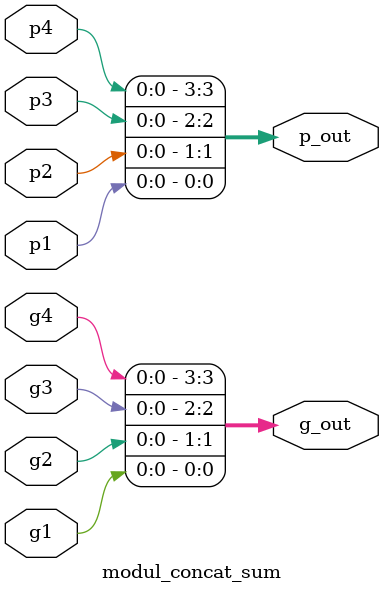
<source format=v>
`timescale 1ns / 1ps


module modul_concat_sum(p1, p2, p3, p4, g1, g2, g3, g4, g_out, p_out);
    input p1;
    input p2;
    input p3;
    input p4;
    input g1;
    input g2;
    input g3;
    input g4;
    output [3:0] g_out;
    output [3:0] p_out;
    
    assign p_out[0] = p1;
    assign p_out[1] = p2;
    assign p_out[2] = p3;
    assign p_out[3] = p4;
    
    assign g_out[0] = g1;
    assign g_out[1] = g2;
    assign g_out[2] = g3;
    assign g_out[3] = g4;
    
endmodule

</source>
